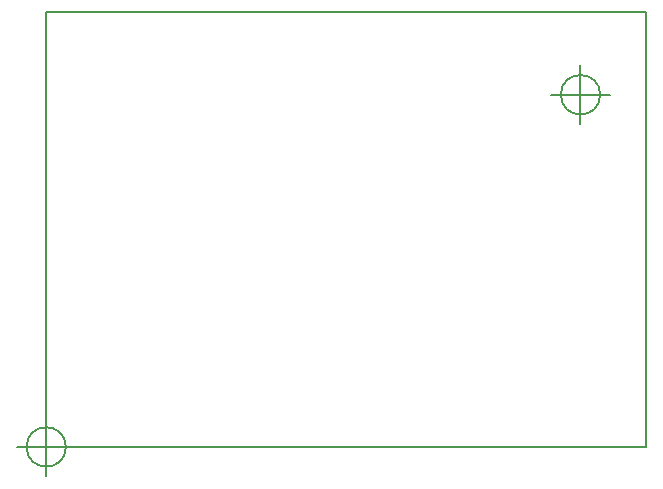
<source format=gbr>
G04 #@! TF.FileFunction,Profile,NP*
%FSLAX46Y46*%
G04 Gerber Fmt 4.6, Leading zero omitted, Abs format (unit mm)*
G04 Created by KiCad (PCBNEW 4.0.6) date Mon Mar 27 12:46:35 2017*
%MOMM*%
%LPD*%
G01*
G04 APERTURE LIST*
%ADD10C,0.088900*%
%ADD11C,0.150000*%
G04 APERTURE END LIST*
D10*
D11*
X103063466Y-114300000D02*
G75*
G03X103063466Y-114300000I-1666666J0D01*
G01*
X98896800Y-114300000D02*
X103896800Y-114300000D01*
X101396800Y-111800000D02*
X101396800Y-116800000D01*
X148298567Y-84480851D02*
G75*
G03X148298567Y-84480851I-1666666J0D01*
G01*
X144131901Y-84480851D02*
X149131901Y-84480851D01*
X146631901Y-81980851D02*
X146631901Y-86980851D01*
X101396800Y-114274600D02*
X101396800Y-77470000D01*
X152196800Y-114274600D02*
X101396800Y-114274600D01*
X152196800Y-77470000D02*
X152196800Y-114274600D01*
X101396800Y-77470000D02*
X152196800Y-77470000D01*
M02*

</source>
